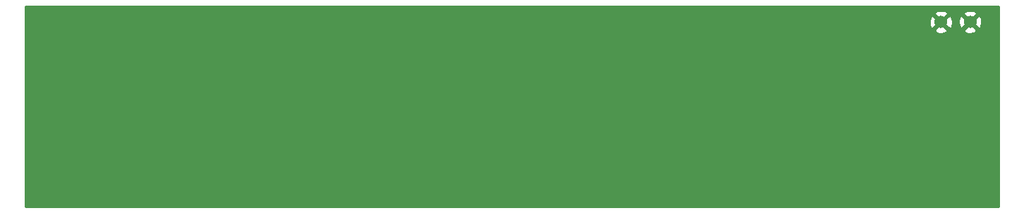
<source format=gbr>
G04 #@! TF.GenerationSoftware,KiCad,Pcbnew,5.1.2-f72e74a~84~ubuntu18.04.1*
G04 #@! TF.CreationDate,2019-11-26T15:09:58+01:00*
G04 #@! TF.ProjectId,FR4_proto2,4652345f-7072-46f7-946f-322e6b696361,rev?*
G04 #@! TF.SameCoordinates,Original*
G04 #@! TF.FileFunction,Copper,L2,Bot*
G04 #@! TF.FilePolarity,Positive*
%FSLAX46Y46*%
G04 Gerber Fmt 4.6, Leading zero omitted, Abs format (unit mm)*
G04 Created by KiCad (PCBNEW 5.1.2-f72e74a~84~ubuntu18.04.1) date 2019-11-26 15:09:58*
%MOMM*%
%LPD*%
G04 APERTURE LIST*
%ADD10C,1.524000*%
%ADD11C,0.800000*%
%ADD12C,0.254000*%
G04 APERTURE END LIST*
D10*
X179070000Y-78740000D03*
X182570000Y-78740000D03*
D11*
X185420000Y-97790000D03*
X184150000Y-97790000D03*
X182880000Y-97790000D03*
X185420000Y-92710000D03*
X184150000Y-92710000D03*
X182880000Y-92710000D03*
X72390000Y-85090000D03*
X71120000Y-85090000D03*
X69850000Y-85090000D03*
X72390000Y-80010000D03*
X71120000Y-80010000D03*
X69850000Y-80010000D03*
D12*
G36*
X186030001Y-100940000D02*
G01*
X69240000Y-100940000D01*
X69240000Y-79705565D01*
X178284040Y-79705565D01*
X178351020Y-79945656D01*
X178600048Y-80062756D01*
X178867135Y-80129023D01*
X179142017Y-80141910D01*
X179414133Y-80100922D01*
X179673023Y-80007636D01*
X179788980Y-79945656D01*
X179855960Y-79705565D01*
X181784040Y-79705565D01*
X181851020Y-79945656D01*
X182100048Y-80062756D01*
X182367135Y-80129023D01*
X182642017Y-80141910D01*
X182914133Y-80100922D01*
X183173023Y-80007636D01*
X183288980Y-79945656D01*
X183355960Y-79705565D01*
X182570000Y-78919605D01*
X181784040Y-79705565D01*
X179855960Y-79705565D01*
X179070000Y-78919605D01*
X178284040Y-79705565D01*
X69240000Y-79705565D01*
X69240000Y-78812017D01*
X177668090Y-78812017D01*
X177709078Y-79084133D01*
X177802364Y-79343023D01*
X177864344Y-79458980D01*
X178104435Y-79525960D01*
X178890395Y-78740000D01*
X179249605Y-78740000D01*
X180035565Y-79525960D01*
X180275656Y-79458980D01*
X180392756Y-79209952D01*
X180459023Y-78942865D01*
X180465157Y-78812017D01*
X181168090Y-78812017D01*
X181209078Y-79084133D01*
X181302364Y-79343023D01*
X181364344Y-79458980D01*
X181604435Y-79525960D01*
X182390395Y-78740000D01*
X182749605Y-78740000D01*
X183535565Y-79525960D01*
X183775656Y-79458980D01*
X183892756Y-79209952D01*
X183959023Y-78942865D01*
X183971910Y-78667983D01*
X183930922Y-78395867D01*
X183837636Y-78136977D01*
X183775656Y-78021020D01*
X183535565Y-77954040D01*
X182749605Y-78740000D01*
X182390395Y-78740000D01*
X181604435Y-77954040D01*
X181364344Y-78021020D01*
X181247244Y-78270048D01*
X181180977Y-78537135D01*
X181168090Y-78812017D01*
X180465157Y-78812017D01*
X180471910Y-78667983D01*
X180430922Y-78395867D01*
X180337636Y-78136977D01*
X180275656Y-78021020D01*
X180035565Y-77954040D01*
X179249605Y-78740000D01*
X178890395Y-78740000D01*
X178104435Y-77954040D01*
X177864344Y-78021020D01*
X177747244Y-78270048D01*
X177680977Y-78537135D01*
X177668090Y-78812017D01*
X69240000Y-78812017D01*
X69240000Y-77774435D01*
X178284040Y-77774435D01*
X179070000Y-78560395D01*
X179855960Y-77774435D01*
X181784040Y-77774435D01*
X182570000Y-78560395D01*
X183355960Y-77774435D01*
X183288980Y-77534344D01*
X183039952Y-77417244D01*
X182772865Y-77350977D01*
X182497983Y-77338090D01*
X182225867Y-77379078D01*
X181966977Y-77472364D01*
X181851020Y-77534344D01*
X181784040Y-77774435D01*
X179855960Y-77774435D01*
X179788980Y-77534344D01*
X179539952Y-77417244D01*
X179272865Y-77350977D01*
X178997983Y-77338090D01*
X178725867Y-77379078D01*
X178466977Y-77472364D01*
X178351020Y-77534344D01*
X178284040Y-77774435D01*
X69240000Y-77774435D01*
X69240000Y-76860000D01*
X186030000Y-76860000D01*
X186030001Y-100940000D01*
X186030001Y-100940000D01*
G37*
X186030001Y-100940000D02*
X69240000Y-100940000D01*
X69240000Y-79705565D01*
X178284040Y-79705565D01*
X178351020Y-79945656D01*
X178600048Y-80062756D01*
X178867135Y-80129023D01*
X179142017Y-80141910D01*
X179414133Y-80100922D01*
X179673023Y-80007636D01*
X179788980Y-79945656D01*
X179855960Y-79705565D01*
X181784040Y-79705565D01*
X181851020Y-79945656D01*
X182100048Y-80062756D01*
X182367135Y-80129023D01*
X182642017Y-80141910D01*
X182914133Y-80100922D01*
X183173023Y-80007636D01*
X183288980Y-79945656D01*
X183355960Y-79705565D01*
X182570000Y-78919605D01*
X181784040Y-79705565D01*
X179855960Y-79705565D01*
X179070000Y-78919605D01*
X178284040Y-79705565D01*
X69240000Y-79705565D01*
X69240000Y-78812017D01*
X177668090Y-78812017D01*
X177709078Y-79084133D01*
X177802364Y-79343023D01*
X177864344Y-79458980D01*
X178104435Y-79525960D01*
X178890395Y-78740000D01*
X179249605Y-78740000D01*
X180035565Y-79525960D01*
X180275656Y-79458980D01*
X180392756Y-79209952D01*
X180459023Y-78942865D01*
X180465157Y-78812017D01*
X181168090Y-78812017D01*
X181209078Y-79084133D01*
X181302364Y-79343023D01*
X181364344Y-79458980D01*
X181604435Y-79525960D01*
X182390395Y-78740000D01*
X182749605Y-78740000D01*
X183535565Y-79525960D01*
X183775656Y-79458980D01*
X183892756Y-79209952D01*
X183959023Y-78942865D01*
X183971910Y-78667983D01*
X183930922Y-78395867D01*
X183837636Y-78136977D01*
X183775656Y-78021020D01*
X183535565Y-77954040D01*
X182749605Y-78740000D01*
X182390395Y-78740000D01*
X181604435Y-77954040D01*
X181364344Y-78021020D01*
X181247244Y-78270048D01*
X181180977Y-78537135D01*
X181168090Y-78812017D01*
X180465157Y-78812017D01*
X180471910Y-78667983D01*
X180430922Y-78395867D01*
X180337636Y-78136977D01*
X180275656Y-78021020D01*
X180035565Y-77954040D01*
X179249605Y-78740000D01*
X178890395Y-78740000D01*
X178104435Y-77954040D01*
X177864344Y-78021020D01*
X177747244Y-78270048D01*
X177680977Y-78537135D01*
X177668090Y-78812017D01*
X69240000Y-78812017D01*
X69240000Y-77774435D01*
X178284040Y-77774435D01*
X179070000Y-78560395D01*
X179855960Y-77774435D01*
X181784040Y-77774435D01*
X182570000Y-78560395D01*
X183355960Y-77774435D01*
X183288980Y-77534344D01*
X183039952Y-77417244D01*
X182772865Y-77350977D01*
X182497983Y-77338090D01*
X182225867Y-77379078D01*
X181966977Y-77472364D01*
X181851020Y-77534344D01*
X181784040Y-77774435D01*
X179855960Y-77774435D01*
X179788980Y-77534344D01*
X179539952Y-77417244D01*
X179272865Y-77350977D01*
X178997983Y-77338090D01*
X178725867Y-77379078D01*
X178466977Y-77472364D01*
X178351020Y-77534344D01*
X178284040Y-77774435D01*
X69240000Y-77774435D01*
X69240000Y-76860000D01*
X186030000Y-76860000D01*
X186030001Y-100940000D01*
M02*

</source>
